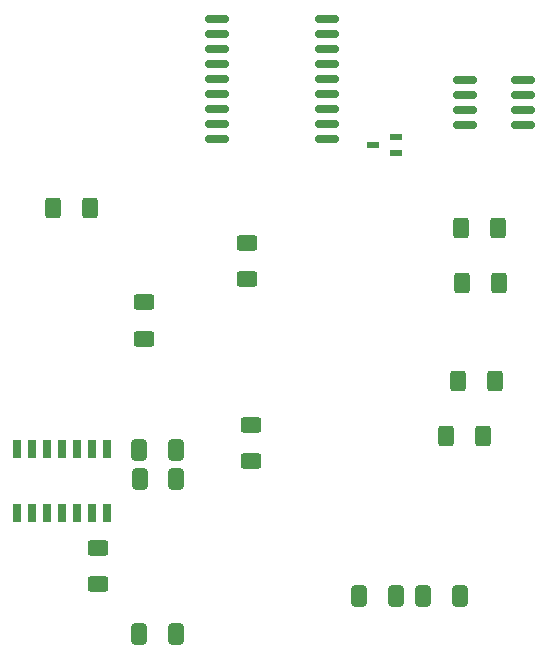
<source format=gbr>
%TF.GenerationSoftware,KiCad,Pcbnew,8.0.1-rc1*%
%TF.CreationDate,2024-08-05T15:18:58-07:00*%
%TF.ProjectId,AMS - CANBus Sensor - Voltage,414d5320-2d20-4434-914e-427573205365,rev?*%
%TF.SameCoordinates,Original*%
%TF.FileFunction,Paste,Bot*%
%TF.FilePolarity,Positive*%
%FSLAX46Y46*%
G04 Gerber Fmt 4.6, Leading zero omitted, Abs format (unit mm)*
G04 Created by KiCad (PCBNEW 8.0.1-rc1) date 2024-08-05 15:18:58*
%MOMM*%
%LPD*%
G01*
G04 APERTURE LIST*
G04 Aperture macros list*
%AMRoundRect*
0 Rectangle with rounded corners*
0 $1 Rounding radius*
0 $2 $3 $4 $5 $6 $7 $8 $9 X,Y pos of 4 corners*
0 Add a 4 corners polygon primitive as box body*
4,1,4,$2,$3,$4,$5,$6,$7,$8,$9,$2,$3,0*
0 Add four circle primitives for the rounded corners*
1,1,$1+$1,$2,$3*
1,1,$1+$1,$4,$5*
1,1,$1+$1,$6,$7*
1,1,$1+$1,$8,$9*
0 Add four rect primitives between the rounded corners*
20,1,$1+$1,$2,$3,$4,$5,0*
20,1,$1+$1,$4,$5,$6,$7,0*
20,1,$1+$1,$6,$7,$8,$9,0*
20,1,$1+$1,$8,$9,$2,$3,0*%
G04 Aperture macros list end*
%ADD10RoundRect,0.250000X-0.412500X-0.650000X0.412500X-0.650000X0.412500X0.650000X-0.412500X0.650000X0*%
%ADD11RoundRect,0.150000X0.825000X0.150000X-0.825000X0.150000X-0.825000X-0.150000X0.825000X-0.150000X0*%
%ADD12RoundRect,0.250000X-0.400000X-0.625000X0.400000X-0.625000X0.400000X0.625000X-0.400000X0.625000X0*%
%ADD13RoundRect,0.250000X0.400000X0.625000X-0.400000X0.625000X-0.400000X-0.625000X0.400000X-0.625000X0*%
%ADD14RoundRect,0.250000X-0.625000X0.400000X-0.625000X-0.400000X0.625000X-0.400000X0.625000X0.400000X0*%
%ADD15RoundRect,0.250000X0.412500X0.650000X-0.412500X0.650000X-0.412500X-0.650000X0.412500X-0.650000X0*%
%ADD16RoundRect,0.150000X0.875000X0.150000X-0.875000X0.150000X-0.875000X-0.150000X0.875000X-0.150000X0*%
%ADD17R,0.650000X1.525000*%
%ADD18RoundRect,0.250000X0.625000X-0.400000X0.625000X0.400000X-0.625000X0.400000X-0.625000X-0.400000X0*%
%ADD19R,1.000000X0.550000*%
G04 APERTURE END LIST*
D10*
%TO.C,C2*%
X154199500Y-114008300D03*
X157324500Y-114008300D03*
%TD*%
D11*
%TO.C,U4*%
X168068800Y-70361000D03*
X168068800Y-71631000D03*
X168068800Y-72901000D03*
X168068800Y-74171000D03*
X163118800Y-74171000D03*
X163118800Y-72901000D03*
X163118800Y-71631000D03*
X163118800Y-70361000D03*
%TD*%
D12*
%TO.C,R8*%
X162938988Y-87547934D03*
X166038988Y-87547934D03*
%TD*%
D13*
%TO.C,R1*%
X131364300Y-81129300D03*
X128264300Y-81129300D03*
%TD*%
D14*
%TO.C,R4*%
X132096400Y-109912300D03*
X132096400Y-113012300D03*
%TD*%
D12*
%TO.C,R15*%
X162833854Y-82820428D03*
X165933854Y-82820428D03*
%TD*%
D15*
%TO.C,C4*%
X162702000Y-113983400D03*
X159577000Y-113983400D03*
%TD*%
D16*
%TO.C,U3*%
X151455100Y-65127000D03*
X151455100Y-66397000D03*
X151455100Y-67667000D03*
X151455100Y-68937000D03*
X151455100Y-70207000D03*
X151455100Y-71477000D03*
X151455100Y-72747000D03*
X151455100Y-74017000D03*
X151455100Y-75287000D03*
X142155100Y-75287000D03*
X142155100Y-74017000D03*
X142155100Y-72747000D03*
X142155100Y-71477000D03*
X142155100Y-70207000D03*
X142155100Y-68937000D03*
X142155100Y-67667000D03*
X142155100Y-66397000D03*
X142155100Y-65127000D03*
%TD*%
D17*
%TO.C,IC2*%
X125213300Y-101541300D03*
X126483300Y-101541300D03*
X127753300Y-101541300D03*
X129023300Y-101541300D03*
X130293300Y-101541300D03*
X131563300Y-101541300D03*
X132833300Y-101541300D03*
X132833300Y-106965300D03*
X131563300Y-106965300D03*
X130293300Y-106965300D03*
X129023300Y-106965300D03*
X127753300Y-106965300D03*
X126483300Y-106965300D03*
X125213300Y-106965300D03*
%TD*%
D18*
%TO.C,R5*%
X144703000Y-87196800D03*
X144703000Y-84096800D03*
%TD*%
D14*
%TO.C,R3*%
X135973000Y-89148700D03*
X135973000Y-92248700D03*
%TD*%
D15*
%TO.C,C1*%
X138717100Y-117199700D03*
X135592100Y-117199700D03*
%TD*%
D12*
%TO.C,R14*%
X161571669Y-100494307D03*
X164671669Y-100494307D03*
%TD*%
%TO.C,R9*%
X162578429Y-95803791D03*
X165678429Y-95803791D03*
%TD*%
D14*
%TO.C,R2*%
X144995600Y-99509000D03*
X144995600Y-102609000D03*
%TD*%
D15*
%TO.C,C7*%
X138719800Y-104115600D03*
X135594800Y-104115600D03*
%TD*%
D19*
%TO.C,D1*%
X157281400Y-75173600D03*
X157281400Y-76473600D03*
X155381400Y-75823600D03*
%TD*%
D15*
%TO.C,C6*%
X138716100Y-101645700D03*
X135591100Y-101645700D03*
%TD*%
M02*

</source>
